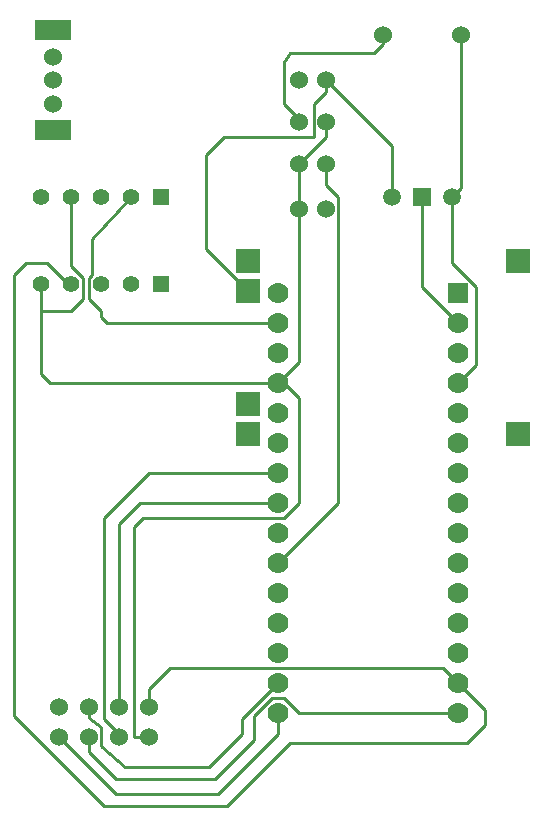
<source format=gtl>
G04 ---------------------------- Layer name :TOP LAYER*
G04 EasyEDA v5.6.15, Mon, 30 Jul 2018 20:20:11 GMT*
G04 7679f8372ec74d379c0269816b79f434*
G04 Gerber Generator version 0.2*
G04 Scale: 100 percent, Rotated: No, Reflected: No *
G04 Dimensions in inches *
G04 leading zeros omitted , absolute positions ,2 integer and 4 decimal *
%FSLAX24Y24*%
%MOIN*%
G90*
G70D02*

%ADD11C,0.010000*%
%ADD12R,0.070000X0.070000*%
%ADD13C,0.070000*%
%ADD14R,0.055700X0.055700*%
%ADD15C,0.055700*%
%ADD16R,0.078740X0.078740*%
%ADD17C,0.059000*%
%ADD18R,0.059000X0.059000*%
%ADD19C,0.060000*%
%ADD20R,0.120000X0.070000*%
%ADD21R,0.000000X0.000000*%

%LPD*%
G54D11*
G01X11400Y22200D02*
G01X11400Y21500D01*
G01X11800Y21100D01*
G01X11800Y10900D01*
G01X9800Y8900D01*
G01X9800Y3900D02*
G01X9800Y3200D01*
G01X7800Y1200D01*
G01X4400Y1200D01*
G01X2500Y3100D01*
G01X10500Y23600D02*
G01X10500Y23700D01*
G01X10000Y24200D01*
G01X10000Y25600D01*
G01X10200Y25900D01*
G01X13000Y25900D01*
G01X13300Y26200D01*
G01X13300Y26500D01*
G01X3500Y4100D02*
G01X3500Y3740D01*
G01X3900Y3419D01*
G01X3900Y3050D01*
G01X3900Y2800D01*
G01X4700Y2100D01*
G01X7500Y2100D01*
G01X8600Y3200D01*
G01X8600Y3700D01*
G01X9800Y4900D01*
G01X4500Y3100D02*
G01X4500Y3200D01*
G01X4000Y3700D01*
G01X4000Y10400D01*
G01X5500Y11900D01*
G01X9800Y11900D01*
G01X4500Y4100D02*
G01X4500Y10200D01*
G01X5200Y10900D01*
G01X9800Y10900D01*
G01X9800Y14900D02*
G01X10000Y14900D01*
G01X10500Y14400D01*
G01X10500Y10900D01*
G01X10000Y10400D01*
G01X5400Y10400D01*
G01X5300Y10400D01*
G01X5000Y10100D01*
G01X5000Y3300D01*
G01X5000Y3200D01*
G01X5000Y3100D01*
G01X5500Y3100D01*
G01X5500Y4100D02*
G01X5500Y4700D01*
G01X6200Y5400D01*
G01X15100Y5400D01*
G01X15300Y5400D01*
G01X15800Y4900D01*
G01X1900Y18200D02*
G01X1900Y15200D01*
G01X2200Y14900D01*
G01X9800Y14900D01*
G01X2900Y18200D02*
G01X2800Y18200D01*
G01X2100Y18900D01*
G01X1400Y18900D01*
G01X1000Y18500D01*
G01X1000Y3800D01*
G01X4000Y800D01*
G01X8100Y800D01*
G01X10200Y2900D01*
G01X16100Y2900D01*
G01X16700Y3500D01*
G01X16700Y4000D01*
G01X15800Y4900D01*
G01X2900Y21100D02*
G01X2900Y18800D01*
G01X3200Y18500D01*
G01X3300Y18400D01*
G01X3300Y17700D01*
G01X2900Y17300D01*
G01X1931Y17300D01*
G01X1900Y17268D01*
G01X4900Y21100D02*
G01X3600Y19700D01*
G01X3600Y18500D01*
G01X3500Y18400D01*
G01X3500Y17700D01*
G01X3900Y17300D01*
G01X3900Y17100D01*
G01X4100Y16900D01*
G01X9800Y16900D01*
G01X15600Y21100D02*
G01X15600Y18900D01*
G01X16400Y18100D01*
G01X16400Y15500D01*
G01X15800Y14900D01*
G01X15800Y3900D02*
G01X10500Y3900D01*
G01X10000Y4400D01*
G01X9600Y4400D01*
G01X9000Y3800D01*
G01X9000Y3000D01*
G01X7700Y1700D01*
G01X7400Y1700D01*
G01X4400Y1700D01*
G01X3500Y2600D01*
G01X3500Y3100D01*
G01X13600Y21100D02*
G01X13600Y22800D01*
G01X11400Y25000D01*
G01X14600Y21100D02*
G01X14600Y18100D01*
G01X15800Y16900D01*
G01X15900Y26500D02*
G01X15900Y21400D01*
G01X15600Y21100D01*
G01X11400Y23600D02*
G01X11400Y23100D01*
G01X10500Y22200D01*
G01X10500Y20700D02*
G01X10500Y22200D01*
G01X10500Y20700D02*
G01X10500Y15600D01*
G01X9800Y14900D01*
G01X11400Y25000D02*
G01X11400Y24600D01*
G01X11000Y24200D01*
G01X11000Y23100D01*
G01X8000Y23100D01*
G01X7400Y22500D01*
G01X7400Y19348D01*
G01X8800Y17948D01*
G54D12*
G01X15800Y17900D03*
G54D13*
G01X15800Y16900D03*
G01X15800Y15900D03*
G01X15800Y14900D03*
G01X15800Y13900D03*
G01X15800Y12900D03*
G01X15800Y11900D03*
G01X15800Y10900D03*
G01X15800Y9900D03*
G01X15800Y8900D03*
G01X15800Y7900D03*
G01X15800Y6900D03*
G01X15800Y5900D03*
G01X15800Y4900D03*
G01X15800Y3900D03*
G01X9800Y17900D03*
G01X9800Y16900D03*
G01X9800Y15900D03*
G01X9800Y14900D03*
G01X9800Y13900D03*
G01X9800Y12900D03*
G01X9800Y11900D03*
G01X9800Y10900D03*
G01X9800Y9900D03*
G01X9800Y8900D03*
G01X9800Y7900D03*
G01X9800Y6900D03*
G01X9800Y5900D03*
G01X9800Y4900D03*
G01X9800Y3900D03*
G54D14*
G01X5900Y21100D03*
G54D15*
G01X4900Y21100D03*
G01X3900Y21100D03*
G01X2900Y21100D03*
G01X1900Y21100D03*
G54D14*
G01X5900Y18200D03*
G54D15*
G01X4900Y18200D03*
G01X3900Y18200D03*
G01X2900Y18200D03*
G01X1900Y18200D03*
G54D16*
G01X17800Y13200D03*
G01X17800Y18948D03*
G01X8800Y17948D03*
G01X8800Y14200D03*
G01X8800Y18948D03*
G01X8800Y13200D03*
G54D17*
G01X13600Y21100D03*
G54D18*
G01X14600Y21100D03*
G54D17*
G01X15600Y21100D03*
G54D19*
G01X2500Y3100D03*
G01X2500Y4100D03*
G01X3500Y3100D03*
G01X3500Y4100D03*
G01X4500Y3100D03*
G01X4500Y4100D03*
G01X5500Y3100D03*
G01X5500Y4100D03*
G01X2300Y24200D03*
G01X2300Y24986D03*
G01X2300Y25775D03*
G54D20*
G01X2300Y26660D03*
G54D21*
G01X2103Y26660D03*
G01X2496Y26660D03*
G54D20*
G01X2300Y23314D03*
G54D21*
G01X2103Y23314D03*
G01X2496Y23314D03*
G54D19*
G01X10500Y20700D03*
G01X11400Y20700D03*
G01X10500Y22200D03*
G01X11400Y22200D03*
G01X10500Y23600D03*
G01X11400Y23600D03*
G01X10500Y25000D03*
G01X11400Y25000D03*
G01X13300Y26500D03*
G01X15900Y26500D03*
M00*
M02*

</source>
